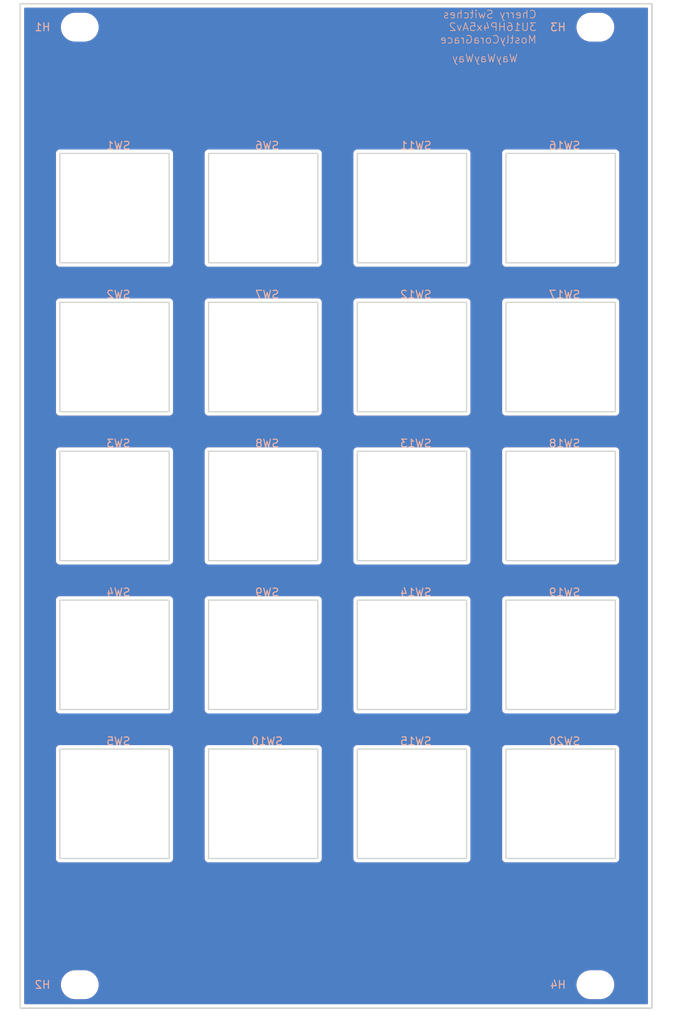
<source format=kicad_pcb>
(kicad_pcb (version 20241229) (generator "pcbnew") (generator_version "9.0")
  (layers (0 "F.Cu" signal) (2 "B.Cu" signal) (13 "F.Paste" user) (15 "B.Paste" user) (5 "F.SilkS" user "F.Silkscreen") (7 "B.SilkS" user "B.Silkscreen") (1 "F.Mask" user) (3 "B.Mask" user) (25 "Edge.Cuts" user))
  (net 0 "")
  (footprint "EXC:SW_Cherry_MX_1.00u_Mount" (layer "F.Cu") (at 12.065 47.625)
    (property "Reference" "SW2" (at 0.5 -8 0) (layer "B.SilkS") (effects (justify mirror)))
    (property "Value" "SW_SPST_MOUNT")
    (fp_rect (start -7 -7) (end 7 7) (stroke (width 0.15)) (fill no) (layer "Edge.Cuts"))
  )
  (footprint "EXC:SW_Cherry_MX_1.00u_Mount" (layer "F.Cu") (at 12.065 104.775)
    (property "Reference" "SW5" (at 0.5 -8 0) (layer "B.SilkS") (effects (justify mirror)))
    (property "Value" "SW_SPST_MOUNT")
    (fp_rect (start -7 -7) (end 7 7) (stroke (width 0.15)) (fill no) (layer "Edge.Cuts"))
  )
  (footprint "EXC:SW_Cherry_MX_1.00u_Mount" (layer "F.Cu") (at 12.065 85.725)
    (property "Reference" "SW4" (at 0.5 -8 0) (layer "B.SilkS") (effects (justify mirror)))
    (property "Value" "SW_SPST_MOUNT")
    (fp_rect (start -7 -7) (end 7 7) (stroke (width 0.15)) (fill no) (layer "Edge.Cuts"))
  )
  (footprint "EXC:SW_Cherry_MX_1.00u_Mount" (layer "F.Cu") (at 50.165 66.675)
    (property "Reference" "SW13" (at 0.5 -8 0) (layer "B.SilkS") (effects (justify mirror)))
    (property "Value" "SW_SPST_MOUNT")
    (fp_rect (start -7 -7) (end 7 7) (stroke (width 0.15)) (fill no) (layer "Edge.Cuts"))
  )
  (footprint "EXC:SW_Cherry_MX_1.00u_Mount" (layer "F.Cu") (at 31.115 47.625)
    (property "Reference" "SW7" (at 0.5 -8 0) (layer "B.SilkS") (effects (justify mirror)))
    (property "Value" "SW_SPST_MOUNT")
    (fp_rect (start -7 -7) (end 7 7) (stroke (width 0.15)) (fill no) (layer "Edge.Cuts"))
  )
  (footprint "EXC:SW_Cherry_MX_1.00u_Mount" (layer "F.Cu") (at 50.165 28.575)
    (property "Reference" "SW11" (at 0.5 -8 0) (layer "B.SilkS") (effects (justify mirror)))
    (property "Value" "SW_SPST_MOUNT")
    (fp_rect (start -7 -7) (end 7 7) (stroke (width 0.15)) (fill no) (layer "Edge.Cuts"))
  )
  (footprint "EXC:SW_Cherry_MX_1.00u_Mount" (layer "F.Cu") (at 69.215 47.625)
    (property "Reference" "SW17" (at 0.5 -8 0) (layer "B.SilkS") (effects (justify mirror)))
    (property "Value" "SW_SPST_MOUNT")
    (fp_rect (start -7 -7) (end 7 7) (stroke (width 0.15)) (fill no) (layer "Edge.Cuts"))
  )
  (footprint "EXC:SW_Cherry_MX_1.00u_Mount" (layer "F.Cu") (at 50.165 85.725)
    (property "Reference" "SW14" (at 0.5 -8 0) (layer "B.SilkS") (effects (justify mirror)))
    (property "Value" "SW_SPST_MOUNT")
    (fp_rect (start -7 -7) (end 7 7) (stroke (width 0.15)) (fill no) (layer "Edge.Cuts"))
  )
  (footprint "EXC:SW_Cherry_MX_1.00u_Mount" (layer "F.Cu") (at 50.165 104.775)
    (property "Reference" "SW15" (at 0.5 -8 0) (layer "B.SilkS") (effects (justify mirror)))
    (property "Value" "SW_SPST_MOUNT")
    (fp_rect (start -7 -7) (end 7 7) (stroke (width 0.15)) (fill no) (layer "Edge.Cuts"))
  )
  (footprint "EXC:SW_Cherry_MX_1.00u_Mount" (layer "F.Cu") (at 12.065 28.575)
    (property "Reference" "SW1" (at 0.5 -8 0) (layer "B.SilkS") (effects (justify mirror)))
    (property "Value" "SW_SPST_MOUNT")
    (fp_rect (start -7 -7) (end 7 7) (stroke (width 0.15)) (fill no) (layer "Edge.Cuts"))
  )
  (footprint "EXC:MountingHole_3.2mm_M3" (layer "F.Cu") (at 7.62 5.425)
    (property "Reference" "H1" (at -3.683 0 0) (layer "B.SilkS") (effects (justify left mirror)))
    (property "Value" "Eurorack_M3_MountingHole")
    (pad "" np_thru_hole oval (at 0 0) (size 4.34 3.2) (drill oval 4.34 3.2) (layers "*.Cu" "*.Mask"))
  )
  (footprint "EXC:SW_Cherry_MX_1.00u_Mount" (layer "F.Cu") (at 69.215 104.775)
    (property "Reference" "SW20" (at 0.5 -8 0) (layer "B.SilkS") (effects (justify mirror)))
    (property "Value" "SW_SPST_MOUNT")
    (fp_rect (start -7 -7) (end 7 7) (stroke (width 0.15)) (fill no) (layer "Edge.Cuts"))
  )
  (footprint "EXC:SW_Cherry_MX_1.00u_Mount" (layer "F.Cu") (at 69.215 66.675)
    (property "Reference" "SW18" (at 0.5 -8 0) (layer "B.SilkS") (effects (justify mirror)))
    (property "Value" "SW_SPST_MOUNT")
    (fp_rect (start -7 -7) (end 7 7) (stroke (width 0.15)) (fill no) (layer "Edge.Cuts"))
  )
  (footprint "EXC:SW_Cherry_MX_1.00u_Mount" (layer "F.Cu") (at 12.065 66.675)
    (property "Reference" "SW3" (at 0.5 -8 0) (layer "B.SilkS") (effects (justify mirror)))
    (property "Value" "SW_SPST_MOUNT")
    (fp_rect (start -7 -7) (end 7 7) (stroke (width 0.15)) (fill no) (layer "Edge.Cuts"))
  )
  (footprint "EXC:SW_Cherry_MX_1.00u_Mount" (layer "F.Cu") (at 31.115 104.775)
    (property "Reference" "SW10" (at 0.5 -8 0) (layer "B.SilkS") (effects (justify mirror)))
    (property "Value" "SW_SPST_MOUNT")
    (fp_rect (start -7 -7) (end 7 7) (stroke (width 0.15)) (fill no) (layer "Edge.Cuts"))
  )
  (footprint "EXC:MountingHole_3.2mm_M3" (layer "F.Cu") (at 73.66 127.925)
    (property "Reference" "H4" (at -3.683 0 0) (layer "B.SilkS") (effects (justify left mirror)))
    (property "Value" "Eurorack_M3_MountingHole")
    (pad "" np_thru_hole oval (at 0 0) (size 4.34 3.2) (drill oval 4.34 3.2) (layers "*.Cu" "*.Mask"))
  )
  (footprint "EXC:SW_Cherry_MX_1.00u_Mount" (layer "F.Cu") (at 69.215 85.725)
    (property "Reference" "SW19" (at 0.5 -8 0) (layer "B.SilkS") (effects (justify mirror)))
    (property "Value" "SW_SPST_MOUNT")
    (fp_rect (start -7 -7) (end 7 7) (stroke (width 0.15)) (fill no) (layer "Edge.Cuts"))
  )
  (footprint "EXC:SW_Cherry_MX_1.00u_Mount" (layer "F.Cu") (at 31.115 85.725)
    (property "Reference" "SW9" (at 0.5 -8 0) (layer "B.SilkS") (effects (justify mirror)))
    (property "Value" "SW_SPST_MOUNT")
    (fp_rect (start -7 -7) (end 7 7) (stroke (width 0.15)) (fill no) (layer "Edge.Cuts"))
  )
  (footprint "EXC:SW_Cherry_MX_1.00u_Mount" (layer "F.Cu") (at 50.165 47.625)
    (property "Reference" "SW12" (at 0.5 -8 0) (layer "B.SilkS") (effects (justify mirror)))
    (property "Value" "SW_SPST_MOUNT")
    (fp_rect (start -7 -7) (end 7 7) (stroke (width 0.15)) (fill no) (layer "Edge.Cuts"))
  )
  (footprint "EXC:SW_Cherry_MX_1.00u_Mount" (layer "F.Cu") (at 31.115 28.575)
    (property "Reference" "SW6" (at 0.5 -8 0) (layer "B.SilkS") (effects (justify mirror)))
    (property "Value" "SW_SPST_MOUNT")
    (fp_rect (start -7 -7) (end 7 7) (stroke (width 0.15)) (fill no) (layer "Edge.Cuts"))
  )
  (footprint "EXC:MountingHole_3.2mm_M3" (layer "F.Cu") (at 7.62 127.925)
    (property "Reference" "H2" (at -3.683 0 0) (layer "B.SilkS") (effects (justify left mirror)))
    (property "Value" "Eurorack_M3_MountingHole")
    (pad "" np_thru_hole oval (at 0 0) (size 4.34 3.2) (drill oval 4.34 3.2) (layers "*.Cu" "*.Mask"))
  )
  (footprint "EXC:MountingHole_3.2mm_M3" (layer "F.Cu") (at 73.66 5.425)
    (property "Reference" "H3" (at -3.683 0 0) (layer "B.SilkS") (effects (justify left mirror)))
    (property "Value" "Eurorack_M3_MountingHole")
    (pad "" np_thru_hole oval (at 0 0) (size 4.34 3.2) (drill oval 4.34 3.2) (layers "*.Cu" "*.Mask"))
  )
  (footprint "EXC:SW_Cherry_MX_1.00u_Mount" (layer "F.Cu") (at 31.115 66.675)
    (property "Reference" "SW8" (at 0.5 -8 0) (layer "B.SilkS") (effects (justify mirror)))
    (property "Value" "SW_SPST_MOUNT")
    (fp_rect (start -7 -7) (end 7 7) (stroke (width 0.15)) (fill no) (layer "Edge.Cuts"))
  )
  (footprint "EXC:SW_Cherry_MX_1.00u_Mount" (layer "F.Cu") (at 69.215 28.575)
    (property "Reference" "SW16" (at 0.5 -8 0) (layer "B.SilkS") (effects (justify mirror)))
    (property "Value" "SW_SPST_MOUNT")
    (fp_rect (start -7 -7) (end 7 7) (stroke (width 0.15)) (fill no) (layer "Edge.Cuts"))
  )
  (gr_rect (start 0 2.425) (end 80.9 130.925) (stroke (width 0.2)) (fill no) (layer "Edge.Cuts"))
  (gr_text "Cherry Switches\n3U16HP4x5Av2\nMostlyCoraGrace" (at 66.2 7.6 0) (layer "B.SilkS") (effects (font (size 1 1) (thickness 0.1)) (justify left bottom mirror)))
  (gr_text "WayWayWay" (at 63.8 10 0) (layer "B.SilkS") (effects (font (size 1 1) (thickness 0.1)) (justify left bottom mirror)))
  (zone (net 0) (net_name "") (layers "F.Cu" "B.Cu") (connect_pads (clearance 0.5)) (min_thickness 0.25) (fill yes (thermal_gap 0.5) (thermal_bridge_width 0.5) (island_removal_mode 1) (island_area_min 10))
    (polygon (pts (xy 0 2.425) (xy 80.9 2.425) (xy 80.9 130.925) (xy 0 130.925)))
  )
)
</source>
